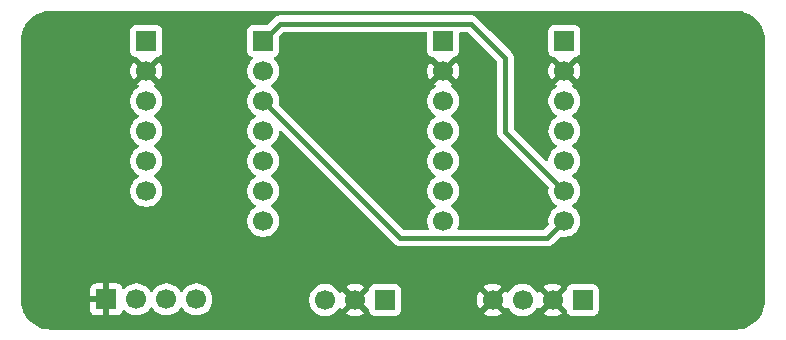
<source format=gbr>
%TF.GenerationSoftware,KiCad,Pcbnew,9.0.5*%
%TF.CreationDate,2025-10-11T11:20:09-04:00*%
%TF.ProjectId,agent-dev-mk1,6167656e-742d-4646-9576-2d6d6b312e6b,rev?*%
%TF.SameCoordinates,Original*%
%TF.FileFunction,Copper,L2,Bot*%
%TF.FilePolarity,Positive*%
%FSLAX46Y46*%
G04 Gerber Fmt 4.6, Leading zero omitted, Abs format (unit mm)*
G04 Created by KiCad (PCBNEW 9.0.5) date 2025-10-11 11:20:09*
%MOMM*%
%LPD*%
G01*
G04 APERTURE LIST*
%TA.AperFunction,ComponentPad*%
%ADD10R,1.700000X1.700000*%
%TD*%
%TA.AperFunction,ComponentPad*%
%ADD11C,1.700000*%
%TD*%
%TA.AperFunction,Conductor*%
%ADD12C,0.400000*%
%TD*%
G04 APERTURE END LIST*
D10*
%TO.P,J4,1,Pin_1*%
%TO.N,3V*%
X153500000Y-90060000D03*
D11*
%TO.P,J4,2,Pin_2*%
%TO.N,GND*%
X153500000Y-92600000D03*
%TO.P,J4,3,Pin_3*%
%TO.N,unconnected-(J4-Pin_3-Pad3)*%
X153500000Y-95140000D03*
%TO.P,J4,4,Pin_4*%
%TO.N,unconnected-(J4-Pin_4-Pad4)*%
X153500000Y-97680000D03*
%TO.P,J4,5,Pin_5*%
%TO.N,DIN*%
X153500000Y-100220000D03*
%TO.P,J4,6,Pin_6*%
%TO.N,BCLK*%
X153500000Y-102760000D03*
%TO.P,J4,7,Pin_7*%
%TO.N,LRC*%
X153500000Y-105300000D03*
%TD*%
D10*
%TO.P,J3,1,Pin_1*%
%TO.N,D9*%
X155040000Y-112000000D03*
D11*
%TO.P,J3,2,Pin_2*%
%TO.N,GND*%
X152500000Y-112000000D03*
%TO.P,J3,3,Pin_3*%
%TO.N,D8*%
X149960000Y-112000000D03*
%TO.P,J3,4,Pin_4*%
%TO.N,GND*%
X147420000Y-112000000D03*
%TD*%
D10*
%TO.P,J5,1,Pin_1*%
%TO.N,BCLK*%
X128000000Y-90060000D03*
D11*
%TO.P,J5,2,Pin_2*%
%TO.N,DOUT*%
X128000000Y-92600000D03*
%TO.P,J5,3,Pin_3*%
%TO.N,LRC*%
X128000000Y-95140000D03*
%TO.P,J5,4,Pin_4*%
%TO.N,D3*%
X128000000Y-97680000D03*
%TO.P,J5,5,Pin_5*%
%TO.N,D4*%
X128000000Y-100220000D03*
%TO.P,J5,6,Pin_6*%
%TO.N,D5*%
X128000000Y-102760000D03*
%TO.P,J5,7,Pin_7*%
%TO.N,D6*%
X128000000Y-105300000D03*
%TD*%
D10*
%TO.P,J8,1,Pin_1*%
%TO.N,GND*%
X114720000Y-111950000D03*
D11*
%TO.P,J8,2,Pin_2*%
%TO.N,D3*%
X117260000Y-111950000D03*
%TO.P,J8,3,Pin_3*%
%TO.N,D4*%
X119800000Y-111950000D03*
%TO.P,J8,4,Pin_4*%
%TO.N,D5*%
X122340000Y-111950000D03*
%TD*%
D10*
%TO.P,J6,1,Pin_1*%
%TO.N,unconnected-(J6-Pin_1-Pad1)*%
X143235000Y-90060000D03*
D11*
%TO.P,J6,2,Pin_2*%
%TO.N,GND*%
X143235000Y-92600000D03*
%TO.P,J6,3,Pin_3*%
%TO.N,3V*%
X143235000Y-95140000D03*
%TO.P,J6,4,Pin_4*%
%TO.N,DIN*%
X143235000Y-97680000D03*
%TO.P,J6,5,Pin_5*%
%TO.N,D9*%
X143235000Y-100220000D03*
%TO.P,J6,6,Pin_6*%
%TO.N,D8*%
X143235000Y-102760000D03*
%TO.P,J6,7,Pin_7*%
%TO.N,D7*%
X143235000Y-105300000D03*
%TD*%
D10*
%TO.P,J1,1,Pin_1*%
%TO.N,D7*%
X138320000Y-112000000D03*
D11*
%TO.P,J1,2,Pin_2*%
%TO.N,GND*%
X135780000Y-112000000D03*
%TO.P,J1,3,Pin_3*%
%TO.N,D6*%
X133240000Y-112000000D03*
%TD*%
D10*
%TO.P,J2,1,Pin_1*%
%TO.N,3V*%
X118100000Y-90060000D03*
D11*
%TO.P,J2,2,Pin_2*%
%TO.N,GND*%
X118100000Y-92600000D03*
%TO.P,J2,3,Pin_3*%
%TO.N,BCLK*%
X118100000Y-95140000D03*
%TO.P,J2,4,Pin_4*%
%TO.N,DOUT*%
X118100000Y-97680000D03*
%TO.P,J2,5,Pin_5*%
%TO.N,LRC*%
X118100000Y-100220000D03*
%TO.P,J2,6,Pin_6*%
%TO.N,unconnected-(J2-Pin_6-Pad6)*%
X118100000Y-102760000D03*
%TD*%
D12*
%TO.N,BCLK*%
X129451000Y-88609000D02*
X145609000Y-88609000D01*
X148500000Y-97760000D02*
X153500000Y-102760000D01*
X128000000Y-90060000D02*
X129451000Y-88609000D01*
X148500000Y-91500000D02*
X148500000Y-97760000D01*
X145609000Y-88609000D02*
X148500000Y-91500000D01*
%TO.N,LRC*%
X139611000Y-106751000D02*
X152049000Y-106751000D01*
X152049000Y-106751000D02*
X153500000Y-105300000D01*
X128000000Y-95140000D02*
X139611000Y-106751000D01*
%TD*%
%TA.AperFunction,Conductor*%
%TO.N,GND*%
G36*
X141827539Y-89329185D02*
G01*
X141873294Y-89381989D01*
X141884500Y-89433500D01*
X141884500Y-90957870D01*
X141884501Y-90957876D01*
X141890908Y-91017483D01*
X141941202Y-91152328D01*
X141941206Y-91152335D01*
X142027452Y-91267544D01*
X142027455Y-91267547D01*
X142142664Y-91353793D01*
X142142671Y-91353797D01*
X142187618Y-91370561D01*
X142277517Y-91404091D01*
X142337127Y-91410500D01*
X142347685Y-91410499D01*
X142414723Y-91430179D01*
X142435372Y-91446818D01*
X143105591Y-92117037D01*
X143042007Y-92134075D01*
X142927993Y-92199901D01*
X142834901Y-92292993D01*
X142769075Y-92407007D01*
X142752037Y-92470591D01*
X142119728Y-91838282D01*
X142119727Y-91838282D01*
X142080380Y-91892439D01*
X141983904Y-92081782D01*
X141918242Y-92283869D01*
X141918242Y-92283872D01*
X141885000Y-92493753D01*
X141885000Y-92706246D01*
X141918242Y-92916127D01*
X141918242Y-92916130D01*
X141983904Y-93118217D01*
X142080375Y-93307550D01*
X142119728Y-93361716D01*
X142752037Y-92729408D01*
X142769075Y-92792993D01*
X142834901Y-92907007D01*
X142927993Y-93000099D01*
X143042007Y-93065925D01*
X143105590Y-93082962D01*
X142473282Y-93715269D01*
X142473282Y-93715270D01*
X142527452Y-93754626D01*
X142527451Y-93754626D01*
X142536495Y-93759234D01*
X142587292Y-93807208D01*
X142604087Y-93875029D01*
X142581550Y-93941164D01*
X142536499Y-93980202D01*
X142527182Y-93984949D01*
X142355213Y-94109890D01*
X142204890Y-94260213D01*
X142079951Y-94432179D01*
X141983444Y-94621585D01*
X141917753Y-94823760D01*
X141884500Y-95033713D01*
X141884500Y-95246286D01*
X141917753Y-95456239D01*
X141983444Y-95658414D01*
X142079951Y-95847820D01*
X142204890Y-96019786D01*
X142355213Y-96170109D01*
X142527182Y-96295050D01*
X142535946Y-96299516D01*
X142586742Y-96347491D01*
X142603536Y-96415312D01*
X142580998Y-96481447D01*
X142535946Y-96520484D01*
X142527182Y-96524949D01*
X142355213Y-96649890D01*
X142204890Y-96800213D01*
X142079951Y-96972179D01*
X141983444Y-97161585D01*
X141917753Y-97363760D01*
X141895199Y-97506162D01*
X141884500Y-97573713D01*
X141884500Y-97786287D01*
X141894534Y-97849644D01*
X141917753Y-97996239D01*
X141983444Y-98198414D01*
X142079951Y-98387820D01*
X142204890Y-98559786D01*
X142355213Y-98710109D01*
X142527182Y-98835050D01*
X142535946Y-98839516D01*
X142586742Y-98887491D01*
X142603536Y-98955312D01*
X142580998Y-99021447D01*
X142535946Y-99060484D01*
X142527182Y-99064949D01*
X142355213Y-99189890D01*
X142204890Y-99340213D01*
X142079951Y-99512179D01*
X141983444Y-99701585D01*
X141917753Y-99903760D01*
X141884500Y-100113713D01*
X141884500Y-100326286D01*
X141917753Y-100536239D01*
X141983444Y-100738414D01*
X142079951Y-100927820D01*
X142204890Y-101099786D01*
X142355213Y-101250109D01*
X142527182Y-101375050D01*
X142535946Y-101379516D01*
X142586742Y-101427491D01*
X142603536Y-101495312D01*
X142580998Y-101561447D01*
X142535946Y-101600484D01*
X142527182Y-101604949D01*
X142355213Y-101729890D01*
X142204890Y-101880213D01*
X142079951Y-102052179D01*
X141983444Y-102241585D01*
X141917753Y-102443760D01*
X141884500Y-102653713D01*
X141884500Y-102866286D01*
X141917753Y-103076239D01*
X141983444Y-103278414D01*
X142079951Y-103467820D01*
X142204890Y-103639786D01*
X142355213Y-103790109D01*
X142527182Y-103915050D01*
X142535946Y-103919516D01*
X142586742Y-103967491D01*
X142603536Y-104035312D01*
X142580998Y-104101447D01*
X142535946Y-104140484D01*
X142527182Y-104144949D01*
X142355213Y-104269890D01*
X142204890Y-104420213D01*
X142079951Y-104592179D01*
X141983444Y-104781585D01*
X141917753Y-104983760D01*
X141884500Y-105193713D01*
X141884500Y-105406286D01*
X141917753Y-105616239D01*
X141983444Y-105818414D01*
X142009833Y-105870205D01*
X142022729Y-105938874D01*
X141996453Y-106003614D01*
X141939347Y-106043872D01*
X141899348Y-106050500D01*
X139952519Y-106050500D01*
X139885480Y-106030815D01*
X139864838Y-106014181D01*
X129360507Y-95509850D01*
X129327022Y-95448527D01*
X129325715Y-95402771D01*
X129350500Y-95246286D01*
X129350500Y-95033713D01*
X129317246Y-94823760D01*
X129317246Y-94823757D01*
X129251557Y-94621588D01*
X129155051Y-94432184D01*
X129155049Y-94432181D01*
X129155048Y-94432179D01*
X129030109Y-94260213D01*
X128879786Y-94109890D01*
X128707820Y-93984951D01*
X128707115Y-93984591D01*
X128699054Y-93980485D01*
X128648259Y-93932512D01*
X128631463Y-93864692D01*
X128653999Y-93798556D01*
X128699054Y-93759515D01*
X128707816Y-93755051D01*
X128762572Y-93715269D01*
X128879786Y-93630109D01*
X128879788Y-93630106D01*
X128879792Y-93630104D01*
X129030104Y-93479792D01*
X129030106Y-93479788D01*
X129030109Y-93479786D01*
X129155048Y-93307820D01*
X129155047Y-93307820D01*
X129155051Y-93307816D01*
X129251557Y-93118412D01*
X129317246Y-92916243D01*
X129350500Y-92706287D01*
X129350500Y-92493713D01*
X129317246Y-92283757D01*
X129251557Y-92081588D01*
X129155051Y-91892184D01*
X129155049Y-91892181D01*
X129155048Y-91892179D01*
X129030109Y-91720213D01*
X128916569Y-91606673D01*
X128883084Y-91545350D01*
X128888068Y-91475658D01*
X128929940Y-91419725D01*
X128960915Y-91402810D01*
X129092331Y-91353796D01*
X129207546Y-91267546D01*
X129293796Y-91152331D01*
X129344091Y-91017483D01*
X129350500Y-90957873D01*
X129350499Y-89751518D01*
X129370184Y-89684480D01*
X129386818Y-89663838D01*
X129704838Y-89345819D01*
X129766161Y-89312334D01*
X129792519Y-89309500D01*
X141760500Y-89309500D01*
X141827539Y-89329185D01*
G37*
%TD.AperFunction*%
%TA.AperFunction,Conductor*%
G36*
X145334520Y-89329185D02*
G01*
X145355162Y-89345819D01*
X147763181Y-91753837D01*
X147796666Y-91815160D01*
X147799500Y-91841518D01*
X147799500Y-97691006D01*
X147799500Y-97828994D01*
X147799500Y-97828996D01*
X147799499Y-97828996D01*
X147826418Y-97964322D01*
X147826421Y-97964332D01*
X147879222Y-98091807D01*
X147955887Y-98206545D01*
X147955888Y-98206546D01*
X152139492Y-102390149D01*
X152172977Y-102451472D01*
X152174284Y-102497227D01*
X152149500Y-102653712D01*
X152149500Y-102866286D01*
X152182753Y-103076239D01*
X152248444Y-103278414D01*
X152344951Y-103467820D01*
X152469890Y-103639786D01*
X152620213Y-103790109D01*
X152792182Y-103915050D01*
X152800946Y-103919516D01*
X152851742Y-103967491D01*
X152868536Y-104035312D01*
X152845998Y-104101447D01*
X152800946Y-104140484D01*
X152792182Y-104144949D01*
X152620213Y-104269890D01*
X152469890Y-104420213D01*
X152344951Y-104592179D01*
X152248444Y-104781585D01*
X152182753Y-104983760D01*
X152149500Y-105193713D01*
X152149500Y-105406287D01*
X152149499Y-105406287D01*
X152174284Y-105562771D01*
X152165329Y-105632064D01*
X152139492Y-105669849D01*
X151795162Y-106014181D01*
X151733839Y-106047666D01*
X151707481Y-106050500D01*
X144570652Y-106050500D01*
X144503613Y-106030815D01*
X144457858Y-105978011D01*
X144447914Y-105908853D01*
X144460167Y-105870205D01*
X144486557Y-105818412D01*
X144552246Y-105616243D01*
X144585500Y-105406287D01*
X144585500Y-105193713D01*
X144552246Y-104983757D01*
X144486557Y-104781588D01*
X144390051Y-104592184D01*
X144390049Y-104592181D01*
X144390048Y-104592179D01*
X144265109Y-104420213D01*
X144114786Y-104269890D01*
X143942820Y-104144951D01*
X143942115Y-104144591D01*
X143934054Y-104140485D01*
X143883259Y-104092512D01*
X143866463Y-104024692D01*
X143888999Y-103958556D01*
X143934054Y-103919515D01*
X143942816Y-103915051D01*
X143964789Y-103899086D01*
X144114786Y-103790109D01*
X144114788Y-103790106D01*
X144114792Y-103790104D01*
X144265104Y-103639792D01*
X144265106Y-103639788D01*
X144265109Y-103639786D01*
X144390048Y-103467820D01*
X144390047Y-103467820D01*
X144390051Y-103467816D01*
X144486557Y-103278412D01*
X144552246Y-103076243D01*
X144585500Y-102866287D01*
X144585500Y-102653713D01*
X144552246Y-102443757D01*
X144486557Y-102241588D01*
X144390051Y-102052184D01*
X144390049Y-102052181D01*
X144390048Y-102052179D01*
X144265109Y-101880213D01*
X144114786Y-101729890D01*
X143942820Y-101604951D01*
X143942115Y-101604591D01*
X143934054Y-101600485D01*
X143883259Y-101552512D01*
X143866463Y-101484692D01*
X143888999Y-101418556D01*
X143934054Y-101379515D01*
X143942816Y-101375051D01*
X143964789Y-101359086D01*
X144114786Y-101250109D01*
X144114788Y-101250106D01*
X144114792Y-101250104D01*
X144265104Y-101099792D01*
X144265106Y-101099788D01*
X144265109Y-101099786D01*
X144390048Y-100927820D01*
X144390047Y-100927820D01*
X144390051Y-100927816D01*
X144486557Y-100738412D01*
X144552246Y-100536243D01*
X144585500Y-100326287D01*
X144585500Y-100113713D01*
X144552246Y-99903757D01*
X144486557Y-99701588D01*
X144390051Y-99512184D01*
X144390049Y-99512181D01*
X144390048Y-99512179D01*
X144265109Y-99340213D01*
X144114786Y-99189890D01*
X143942820Y-99064951D01*
X143942115Y-99064591D01*
X143934054Y-99060485D01*
X143883259Y-99012512D01*
X143866463Y-98944692D01*
X143888999Y-98878556D01*
X143934054Y-98839515D01*
X143942816Y-98835051D01*
X143964789Y-98819086D01*
X144114786Y-98710109D01*
X144114788Y-98710106D01*
X144114792Y-98710104D01*
X144265104Y-98559792D01*
X144265106Y-98559788D01*
X144265109Y-98559786D01*
X144390048Y-98387820D01*
X144390047Y-98387820D01*
X144390051Y-98387816D01*
X144486557Y-98198412D01*
X144552246Y-97996243D01*
X144585500Y-97786287D01*
X144585500Y-97573713D01*
X144552246Y-97363757D01*
X144486557Y-97161588D01*
X144390051Y-96972184D01*
X144390049Y-96972181D01*
X144390048Y-96972179D01*
X144265109Y-96800213D01*
X144114786Y-96649890D01*
X143942820Y-96524951D01*
X143942115Y-96524591D01*
X143934054Y-96520485D01*
X143883259Y-96472512D01*
X143866463Y-96404692D01*
X143888999Y-96338556D01*
X143934054Y-96299515D01*
X143942816Y-96295051D01*
X143964789Y-96279086D01*
X144114786Y-96170109D01*
X144114788Y-96170106D01*
X144114792Y-96170104D01*
X144265104Y-96019792D01*
X144265106Y-96019788D01*
X144265109Y-96019786D01*
X144390048Y-95847820D01*
X144390047Y-95847820D01*
X144390051Y-95847816D01*
X144486557Y-95658412D01*
X144552246Y-95456243D01*
X144585500Y-95246287D01*
X144585500Y-95033713D01*
X144552246Y-94823757D01*
X144486557Y-94621588D01*
X144390051Y-94432184D01*
X144390049Y-94432181D01*
X144390048Y-94432179D01*
X144265109Y-94260213D01*
X144114786Y-94109890D01*
X143942817Y-93984949D01*
X143933504Y-93980204D01*
X143882707Y-93932230D01*
X143865912Y-93864409D01*
X143888449Y-93798274D01*
X143933507Y-93759232D01*
X143942555Y-93754622D01*
X143996716Y-93715270D01*
X143996717Y-93715270D01*
X143364408Y-93082962D01*
X143427993Y-93065925D01*
X143542007Y-93000099D01*
X143635099Y-92907007D01*
X143700925Y-92792993D01*
X143717962Y-92729408D01*
X144350270Y-93361717D01*
X144350270Y-93361716D01*
X144389622Y-93307554D01*
X144486095Y-93118217D01*
X144551757Y-92916130D01*
X144551757Y-92916127D01*
X144585000Y-92706246D01*
X144585000Y-92493753D01*
X144551757Y-92283872D01*
X144551757Y-92283869D01*
X144486095Y-92081782D01*
X144389624Y-91892449D01*
X144350270Y-91838282D01*
X144350269Y-91838282D01*
X143717962Y-92470590D01*
X143700925Y-92407007D01*
X143635099Y-92292993D01*
X143542007Y-92199901D01*
X143427993Y-92134075D01*
X143364409Y-92117037D01*
X144034627Y-91446818D01*
X144095950Y-91413333D01*
X144122307Y-91410499D01*
X144132872Y-91410499D01*
X144192483Y-91404091D01*
X144327331Y-91353796D01*
X144442546Y-91267546D01*
X144528796Y-91152331D01*
X144579091Y-91017483D01*
X144585500Y-90957873D01*
X144585499Y-89433499D01*
X144605184Y-89366461D01*
X144657987Y-89320706D01*
X144709499Y-89309500D01*
X145267481Y-89309500D01*
X145334520Y-89329185D01*
G37*
%TD.AperFunction*%
%TA.AperFunction,Conductor*%
G36*
X168003736Y-87500726D02*
G01*
X168293796Y-87518271D01*
X168308659Y-87520076D01*
X168590798Y-87571780D01*
X168605335Y-87575363D01*
X168879172Y-87660695D01*
X168893163Y-87666000D01*
X169154743Y-87783727D01*
X169167989Y-87790680D01*
X169413465Y-87939075D01*
X169425776Y-87947573D01*
X169477661Y-87988222D01*
X169651573Y-88124473D01*
X169662781Y-88134403D01*
X169865596Y-88337218D01*
X169875526Y-88348426D01*
X169995481Y-88501538D01*
X170052422Y-88574217D01*
X170060926Y-88586537D01*
X170169540Y-88766206D01*
X170209316Y-88832004D01*
X170216274Y-88845262D01*
X170219511Y-88852454D01*
X170333997Y-89106831D01*
X170339306Y-89120832D01*
X170424635Y-89394663D01*
X170428219Y-89409201D01*
X170479923Y-89691340D01*
X170481728Y-89706205D01*
X170499274Y-89996263D01*
X170499500Y-90003750D01*
X170499500Y-111996249D01*
X170499274Y-112003736D01*
X170481728Y-112293794D01*
X170479923Y-112308659D01*
X170428219Y-112590798D01*
X170424635Y-112605336D01*
X170339306Y-112879167D01*
X170333997Y-112893168D01*
X170216275Y-113154736D01*
X170209316Y-113167995D01*
X170060928Y-113413459D01*
X170052422Y-113425782D01*
X169875526Y-113651573D01*
X169865596Y-113662781D01*
X169662781Y-113865596D01*
X169651573Y-113875526D01*
X169425782Y-114052422D01*
X169413459Y-114060928D01*
X169167995Y-114209316D01*
X169154736Y-114216275D01*
X168893168Y-114333997D01*
X168879167Y-114339306D01*
X168605336Y-114424635D01*
X168590798Y-114428219D01*
X168308659Y-114479923D01*
X168293794Y-114481728D01*
X168003736Y-114499274D01*
X167996249Y-114499500D01*
X110003751Y-114499500D01*
X109996264Y-114499274D01*
X109706205Y-114481728D01*
X109691340Y-114479923D01*
X109409201Y-114428219D01*
X109394663Y-114424635D01*
X109120832Y-114339306D01*
X109106831Y-114333997D01*
X108845263Y-114216275D01*
X108832004Y-114209316D01*
X108586540Y-114060928D01*
X108574217Y-114052422D01*
X108348426Y-113875526D01*
X108337218Y-113865596D01*
X108134403Y-113662781D01*
X108124473Y-113651573D01*
X107947573Y-113425776D01*
X107939075Y-113413465D01*
X107790680Y-113167989D01*
X107783727Y-113154743D01*
X107666000Y-112893163D01*
X107660693Y-112879167D01*
X107656646Y-112866181D01*
X107575363Y-112605335D01*
X107571780Y-112590798D01*
X107520076Y-112308659D01*
X107518271Y-112293794D01*
X107509944Y-112156125D01*
X107500726Y-112003736D01*
X107500500Y-111996249D01*
X107500500Y-111052155D01*
X113370000Y-111052155D01*
X113370000Y-111700000D01*
X114286988Y-111700000D01*
X114254075Y-111757007D01*
X114220000Y-111884174D01*
X114220000Y-112015826D01*
X114254075Y-112142993D01*
X114286988Y-112200000D01*
X113370000Y-112200000D01*
X113370000Y-112847844D01*
X113376401Y-112907372D01*
X113376403Y-112907379D01*
X113426645Y-113042086D01*
X113426649Y-113042093D01*
X113512809Y-113157187D01*
X113512812Y-113157190D01*
X113627906Y-113243350D01*
X113627913Y-113243354D01*
X113762620Y-113293596D01*
X113762627Y-113293598D01*
X113822155Y-113299999D01*
X113822172Y-113300000D01*
X114470000Y-113300000D01*
X114470000Y-112383012D01*
X114527007Y-112415925D01*
X114654174Y-112450000D01*
X114785826Y-112450000D01*
X114912993Y-112415925D01*
X114970000Y-112383012D01*
X114970000Y-113300000D01*
X115617828Y-113300000D01*
X115617844Y-113299999D01*
X115677372Y-113293598D01*
X115677379Y-113293596D01*
X115812086Y-113243354D01*
X115812093Y-113243350D01*
X115927187Y-113157190D01*
X115927190Y-113157187D01*
X116013350Y-113042093D01*
X116013354Y-113042086D01*
X116062422Y-112910529D01*
X116104293Y-112854595D01*
X116169757Y-112830178D01*
X116238030Y-112845030D01*
X116266285Y-112866181D01*
X116380213Y-112980109D01*
X116552179Y-113105048D01*
X116552181Y-113105049D01*
X116552184Y-113105051D01*
X116741588Y-113201557D01*
X116943757Y-113267246D01*
X117153713Y-113300500D01*
X117153714Y-113300500D01*
X117366286Y-113300500D01*
X117366287Y-113300500D01*
X117576243Y-113267246D01*
X117778412Y-113201557D01*
X117967816Y-113105051D01*
X118054471Y-113042093D01*
X118139786Y-112980109D01*
X118139788Y-112980106D01*
X118139792Y-112980104D01*
X118290104Y-112829792D01*
X118290106Y-112829788D01*
X118290109Y-112829786D01*
X118415048Y-112657820D01*
X118415047Y-112657820D01*
X118415051Y-112657816D01*
X118419514Y-112649054D01*
X118467488Y-112598259D01*
X118535308Y-112581463D01*
X118601444Y-112603999D01*
X118640486Y-112649056D01*
X118644951Y-112657820D01*
X118769890Y-112829786D01*
X118920213Y-112980109D01*
X119092179Y-113105048D01*
X119092181Y-113105049D01*
X119092184Y-113105051D01*
X119281588Y-113201557D01*
X119483757Y-113267246D01*
X119693713Y-113300500D01*
X119693714Y-113300500D01*
X119906286Y-113300500D01*
X119906287Y-113300500D01*
X120116243Y-113267246D01*
X120318412Y-113201557D01*
X120507816Y-113105051D01*
X120594471Y-113042093D01*
X120679786Y-112980109D01*
X120679788Y-112980106D01*
X120679792Y-112980104D01*
X120830104Y-112829792D01*
X120830106Y-112829788D01*
X120830109Y-112829786D01*
X120955048Y-112657820D01*
X120955047Y-112657820D01*
X120955051Y-112657816D01*
X120959514Y-112649054D01*
X121007488Y-112598259D01*
X121075308Y-112581463D01*
X121141444Y-112603999D01*
X121180486Y-112649056D01*
X121184951Y-112657820D01*
X121309890Y-112829786D01*
X121460213Y-112980109D01*
X121632179Y-113105048D01*
X121632181Y-113105049D01*
X121632184Y-113105051D01*
X121821588Y-113201557D01*
X122023757Y-113267246D01*
X122233713Y-113300500D01*
X122233714Y-113300500D01*
X122446286Y-113300500D01*
X122446287Y-113300500D01*
X122656243Y-113267246D01*
X122858412Y-113201557D01*
X123047816Y-113105051D01*
X123134471Y-113042093D01*
X123219786Y-112980109D01*
X123219788Y-112980106D01*
X123219792Y-112980104D01*
X123370104Y-112829792D01*
X123370106Y-112829788D01*
X123370109Y-112829786D01*
X123495048Y-112657820D01*
X123495047Y-112657820D01*
X123495051Y-112657816D01*
X123591557Y-112468412D01*
X123657246Y-112266243D01*
X123690500Y-112056287D01*
X123690500Y-111893713D01*
X131889500Y-111893713D01*
X131889500Y-112106286D01*
X131922735Y-112316127D01*
X131922754Y-112316243D01*
X131966214Y-112450000D01*
X131988444Y-112518414D01*
X132084951Y-112707820D01*
X132209890Y-112879786D01*
X132360213Y-113030109D01*
X132532179Y-113155048D01*
X132532181Y-113155049D01*
X132532184Y-113155051D01*
X132721588Y-113251557D01*
X132923757Y-113317246D01*
X133133713Y-113350500D01*
X133133714Y-113350500D01*
X133346286Y-113350500D01*
X133346287Y-113350500D01*
X133556243Y-113317246D01*
X133758412Y-113251557D01*
X133947816Y-113155051D01*
X134034138Y-113092335D01*
X134119786Y-113030109D01*
X134119788Y-113030106D01*
X134119792Y-113030104D01*
X134270104Y-112879792D01*
X134270106Y-112879788D01*
X134270109Y-112879786D01*
X134355890Y-112761717D01*
X134395051Y-112707816D01*
X134399793Y-112698508D01*
X134447763Y-112647711D01*
X134515583Y-112630911D01*
X134581719Y-112653445D01*
X134620763Y-112698500D01*
X134625373Y-112707547D01*
X134664728Y-112761716D01*
X135297037Y-112129408D01*
X135314075Y-112192993D01*
X135379901Y-112307007D01*
X135472993Y-112400099D01*
X135587007Y-112465925D01*
X135650590Y-112482962D01*
X135018282Y-113115269D01*
X135018282Y-113115270D01*
X135072449Y-113154624D01*
X135261782Y-113251095D01*
X135463870Y-113316757D01*
X135673754Y-113350000D01*
X135886246Y-113350000D01*
X136096127Y-113316757D01*
X136096130Y-113316757D01*
X136298217Y-113251095D01*
X136487554Y-113154622D01*
X136541716Y-113115270D01*
X136541717Y-113115270D01*
X135909408Y-112482962D01*
X135972993Y-112465925D01*
X136087007Y-112400099D01*
X136180099Y-112307007D01*
X136245925Y-112192993D01*
X136262962Y-112129408D01*
X136933181Y-112799628D01*
X136966666Y-112860951D01*
X136969500Y-112887300D01*
X136969500Y-112897865D01*
X136969501Y-112897876D01*
X136975908Y-112957483D01*
X137026202Y-113092328D01*
X137026206Y-113092335D01*
X137112452Y-113207544D01*
X137112455Y-113207547D01*
X137227664Y-113293793D01*
X137227671Y-113293797D01*
X137362517Y-113344091D01*
X137362516Y-113344091D01*
X137369444Y-113344835D01*
X137422127Y-113350500D01*
X139217872Y-113350499D01*
X139277483Y-113344091D01*
X139412331Y-113293796D01*
X139527546Y-113207546D01*
X139613796Y-113092331D01*
X139664091Y-112957483D01*
X139670500Y-112897873D01*
X139670499Y-111893753D01*
X146070000Y-111893753D01*
X146070000Y-112106246D01*
X146103242Y-112316127D01*
X146103242Y-112316130D01*
X146168904Y-112518217D01*
X146265375Y-112707550D01*
X146304728Y-112761716D01*
X146937037Y-112129408D01*
X146954075Y-112192993D01*
X147019901Y-112307007D01*
X147112993Y-112400099D01*
X147227007Y-112465925D01*
X147290590Y-112482962D01*
X146658282Y-113115269D01*
X146658282Y-113115270D01*
X146712449Y-113154624D01*
X146901782Y-113251095D01*
X147103870Y-113316757D01*
X147313754Y-113350000D01*
X147526246Y-113350000D01*
X147736127Y-113316757D01*
X147736130Y-113316757D01*
X147938217Y-113251095D01*
X148127554Y-113154622D01*
X148181716Y-113115270D01*
X148181717Y-113115270D01*
X147549408Y-112482962D01*
X147612993Y-112465925D01*
X147727007Y-112400099D01*
X147820099Y-112307007D01*
X147885925Y-112192993D01*
X147902962Y-112129408D01*
X148535270Y-112761717D01*
X148535270Y-112761716D01*
X148574622Y-112707555D01*
X148579232Y-112698507D01*
X148627205Y-112647709D01*
X148695025Y-112630912D01*
X148761161Y-112653447D01*
X148800204Y-112698504D01*
X148804949Y-112707817D01*
X148929890Y-112879786D01*
X149080213Y-113030109D01*
X149252179Y-113155048D01*
X149252181Y-113155049D01*
X149252184Y-113155051D01*
X149441588Y-113251557D01*
X149643757Y-113317246D01*
X149853713Y-113350500D01*
X149853714Y-113350500D01*
X150066286Y-113350500D01*
X150066287Y-113350500D01*
X150276243Y-113317246D01*
X150478412Y-113251557D01*
X150667816Y-113155051D01*
X150754138Y-113092335D01*
X150839786Y-113030109D01*
X150839788Y-113030106D01*
X150839792Y-113030104D01*
X150990104Y-112879792D01*
X150990106Y-112879788D01*
X150990109Y-112879786D01*
X151075890Y-112761717D01*
X151115051Y-112707816D01*
X151119793Y-112698508D01*
X151167763Y-112647711D01*
X151235583Y-112630911D01*
X151301719Y-112653445D01*
X151340763Y-112698500D01*
X151345373Y-112707547D01*
X151384728Y-112761716D01*
X152017037Y-112129408D01*
X152034075Y-112192993D01*
X152099901Y-112307007D01*
X152192993Y-112400099D01*
X152307007Y-112465925D01*
X152370590Y-112482962D01*
X151738282Y-113115269D01*
X151738282Y-113115270D01*
X151792449Y-113154624D01*
X151981782Y-113251095D01*
X152183870Y-113316757D01*
X152393754Y-113350000D01*
X152606246Y-113350000D01*
X152816127Y-113316757D01*
X152816130Y-113316757D01*
X153018217Y-113251095D01*
X153207554Y-113154622D01*
X153261716Y-113115270D01*
X153261717Y-113115270D01*
X152629408Y-112482962D01*
X152692993Y-112465925D01*
X152807007Y-112400099D01*
X152900099Y-112307007D01*
X152965925Y-112192993D01*
X152982962Y-112129409D01*
X153653181Y-112799628D01*
X153686666Y-112860951D01*
X153689500Y-112887300D01*
X153689500Y-112897865D01*
X153689501Y-112897876D01*
X153695908Y-112957483D01*
X153746202Y-113092328D01*
X153746206Y-113092335D01*
X153832452Y-113207544D01*
X153832455Y-113207547D01*
X153947664Y-113293793D01*
X153947671Y-113293797D01*
X154082517Y-113344091D01*
X154082516Y-113344091D01*
X154089444Y-113344835D01*
X154142127Y-113350500D01*
X155937872Y-113350499D01*
X155997483Y-113344091D01*
X156132331Y-113293796D01*
X156247546Y-113207546D01*
X156333796Y-113092331D01*
X156384091Y-112957483D01*
X156390500Y-112897873D01*
X156390499Y-111102128D01*
X156384091Y-111042517D01*
X156375859Y-111020447D01*
X156333797Y-110907671D01*
X156333793Y-110907664D01*
X156247547Y-110792455D01*
X156247544Y-110792452D01*
X156132335Y-110706206D01*
X156132328Y-110706202D01*
X155997482Y-110655908D01*
X155997483Y-110655908D01*
X155937883Y-110649501D01*
X155937881Y-110649500D01*
X155937873Y-110649500D01*
X155937864Y-110649500D01*
X154142129Y-110649500D01*
X154142123Y-110649501D01*
X154082516Y-110655908D01*
X153947671Y-110706202D01*
X153947664Y-110706206D01*
X153832455Y-110792452D01*
X153832452Y-110792455D01*
X153746206Y-110907664D01*
X153746202Y-110907671D01*
X153695908Y-111042517D01*
X153692931Y-111070213D01*
X153689501Y-111102123D01*
X153689500Y-111102135D01*
X153689500Y-111112690D01*
X153669815Y-111179729D01*
X153653181Y-111200371D01*
X152982962Y-111870590D01*
X152965925Y-111807007D01*
X152900099Y-111692993D01*
X152807007Y-111599901D01*
X152692993Y-111534075D01*
X152629409Y-111517037D01*
X153261716Y-110884728D01*
X153207550Y-110845375D01*
X153018217Y-110748904D01*
X152816129Y-110683242D01*
X152606246Y-110650000D01*
X152393754Y-110650000D01*
X152183872Y-110683242D01*
X152183869Y-110683242D01*
X151981782Y-110748904D01*
X151792439Y-110845380D01*
X151738282Y-110884727D01*
X151738282Y-110884728D01*
X152370591Y-111517037D01*
X152307007Y-111534075D01*
X152192993Y-111599901D01*
X152099901Y-111692993D01*
X152034075Y-111807007D01*
X152017037Y-111870591D01*
X151384728Y-111238282D01*
X151384727Y-111238282D01*
X151345380Y-111292440D01*
X151345376Y-111292446D01*
X151340760Y-111301505D01*
X151292781Y-111352297D01*
X151224959Y-111369087D01*
X151158826Y-111346543D01*
X151119794Y-111301493D01*
X151115051Y-111292184D01*
X151115049Y-111292181D01*
X151115048Y-111292179D01*
X150990109Y-111120213D01*
X150839786Y-110969890D01*
X150667820Y-110844951D01*
X150478414Y-110748444D01*
X150478413Y-110748443D01*
X150478412Y-110748443D01*
X150276243Y-110682754D01*
X150276241Y-110682753D01*
X150276240Y-110682753D01*
X150111398Y-110656645D01*
X150066287Y-110649500D01*
X149853713Y-110649500D01*
X149808602Y-110656645D01*
X149643760Y-110682753D01*
X149441585Y-110748444D01*
X149252179Y-110844951D01*
X149080213Y-110969890D01*
X148929890Y-111120213D01*
X148804949Y-111292182D01*
X148800202Y-111301499D01*
X148752227Y-111352293D01*
X148684405Y-111369087D01*
X148618271Y-111346548D01*
X148579234Y-111301495D01*
X148574626Y-111292452D01*
X148535270Y-111238282D01*
X148535269Y-111238282D01*
X147902962Y-111870590D01*
X147885925Y-111807007D01*
X147820099Y-111692993D01*
X147727007Y-111599901D01*
X147612993Y-111534075D01*
X147549409Y-111517037D01*
X148181716Y-110884728D01*
X148127550Y-110845375D01*
X147938217Y-110748904D01*
X147736129Y-110683242D01*
X147526246Y-110650000D01*
X147313754Y-110650000D01*
X147103872Y-110683242D01*
X147103869Y-110683242D01*
X146901782Y-110748904D01*
X146712439Y-110845380D01*
X146658282Y-110884727D01*
X146658282Y-110884728D01*
X147290591Y-111517037D01*
X147227007Y-111534075D01*
X147112993Y-111599901D01*
X147019901Y-111692993D01*
X146954075Y-111807007D01*
X146937037Y-111870591D01*
X146304728Y-111238282D01*
X146304727Y-111238282D01*
X146265380Y-111292439D01*
X146168904Y-111481782D01*
X146103242Y-111683869D01*
X146103242Y-111683872D01*
X146070000Y-111893753D01*
X139670499Y-111893753D01*
X139670499Y-111102128D01*
X139664091Y-111042517D01*
X139627617Y-110944726D01*
X139613798Y-110907673D01*
X139613793Y-110907664D01*
X139527547Y-110792455D01*
X139527544Y-110792452D01*
X139412335Y-110706206D01*
X139412328Y-110706202D01*
X139277482Y-110655908D01*
X139277483Y-110655908D01*
X139217883Y-110649501D01*
X139217881Y-110649500D01*
X139217873Y-110649500D01*
X139217864Y-110649500D01*
X137422129Y-110649500D01*
X137422123Y-110649501D01*
X137362516Y-110655908D01*
X137227671Y-110706202D01*
X137227664Y-110706206D01*
X137112455Y-110792452D01*
X137112452Y-110792455D01*
X137026206Y-110907664D01*
X137026202Y-110907671D01*
X136975908Y-111042517D01*
X136972931Y-111070213D01*
X136969501Y-111102123D01*
X136969500Y-111102135D01*
X136969500Y-111112690D01*
X136949815Y-111179729D01*
X136933181Y-111200371D01*
X136262962Y-111870590D01*
X136245925Y-111807007D01*
X136180099Y-111692993D01*
X136087007Y-111599901D01*
X135972993Y-111534075D01*
X135909409Y-111517037D01*
X136541716Y-110884728D01*
X136487550Y-110845375D01*
X136298217Y-110748904D01*
X136096129Y-110683242D01*
X135886246Y-110650000D01*
X135673754Y-110650000D01*
X135463872Y-110683242D01*
X135463869Y-110683242D01*
X135261782Y-110748904D01*
X135072439Y-110845380D01*
X135018282Y-110884727D01*
X135018282Y-110884728D01*
X135650591Y-111517037D01*
X135587007Y-111534075D01*
X135472993Y-111599901D01*
X135379901Y-111692993D01*
X135314075Y-111807007D01*
X135297037Y-111870591D01*
X134664728Y-111238282D01*
X134664727Y-111238282D01*
X134625380Y-111292440D01*
X134625376Y-111292446D01*
X134620760Y-111301505D01*
X134572781Y-111352297D01*
X134504959Y-111369087D01*
X134438826Y-111346543D01*
X134399794Y-111301493D01*
X134395051Y-111292184D01*
X134395049Y-111292181D01*
X134395048Y-111292179D01*
X134270109Y-111120213D01*
X134119786Y-110969890D01*
X133947820Y-110844951D01*
X133758414Y-110748444D01*
X133758413Y-110748443D01*
X133758412Y-110748443D01*
X133556243Y-110682754D01*
X133556241Y-110682753D01*
X133556240Y-110682753D01*
X133391398Y-110656645D01*
X133346287Y-110649500D01*
X133133713Y-110649500D01*
X133088602Y-110656645D01*
X132923760Y-110682753D01*
X132721585Y-110748444D01*
X132532179Y-110844951D01*
X132360213Y-110969890D01*
X132209890Y-111120213D01*
X132084951Y-111292179D01*
X131988444Y-111481585D01*
X131922753Y-111683760D01*
X131889500Y-111893713D01*
X123690500Y-111893713D01*
X123690500Y-111843713D01*
X123657246Y-111633757D01*
X123591557Y-111431588D01*
X123495051Y-111242184D01*
X123495049Y-111242181D01*
X123495048Y-111242179D01*
X123370109Y-111070213D01*
X123219786Y-110919890D01*
X123047820Y-110794951D01*
X122858414Y-110698444D01*
X122858413Y-110698443D01*
X122858412Y-110698443D01*
X122656243Y-110632754D01*
X122656241Y-110632753D01*
X122656240Y-110632753D01*
X122494957Y-110607208D01*
X122446287Y-110599500D01*
X122233713Y-110599500D01*
X122185042Y-110607208D01*
X122023760Y-110632753D01*
X121821585Y-110698444D01*
X121632179Y-110794951D01*
X121460213Y-110919890D01*
X121309890Y-111070213D01*
X121184949Y-111242182D01*
X121180484Y-111250946D01*
X121132509Y-111301742D01*
X121064688Y-111318536D01*
X120998553Y-111295998D01*
X120959516Y-111250946D01*
X120955050Y-111242182D01*
X120830109Y-111070213D01*
X120679786Y-110919890D01*
X120507820Y-110794951D01*
X120318414Y-110698444D01*
X120318413Y-110698443D01*
X120318412Y-110698443D01*
X120116243Y-110632754D01*
X120116241Y-110632753D01*
X120116240Y-110632753D01*
X119954957Y-110607208D01*
X119906287Y-110599500D01*
X119693713Y-110599500D01*
X119645042Y-110607208D01*
X119483760Y-110632753D01*
X119281585Y-110698444D01*
X119092179Y-110794951D01*
X118920213Y-110919890D01*
X118769890Y-111070213D01*
X118644949Y-111242182D01*
X118640484Y-111250946D01*
X118592509Y-111301742D01*
X118524688Y-111318536D01*
X118458553Y-111295998D01*
X118419516Y-111250946D01*
X118415050Y-111242182D01*
X118290109Y-111070213D01*
X118139786Y-110919890D01*
X117967820Y-110794951D01*
X117778414Y-110698444D01*
X117778413Y-110698443D01*
X117778412Y-110698443D01*
X117576243Y-110632754D01*
X117576241Y-110632753D01*
X117576240Y-110632753D01*
X117414957Y-110607208D01*
X117366287Y-110599500D01*
X117153713Y-110599500D01*
X117105042Y-110607208D01*
X116943760Y-110632753D01*
X116741585Y-110698444D01*
X116552179Y-110794951D01*
X116380215Y-110919889D01*
X116266285Y-111033819D01*
X116204962Y-111067303D01*
X116135270Y-111062319D01*
X116079337Y-111020447D01*
X116062422Y-110989470D01*
X116013354Y-110857913D01*
X116013350Y-110857906D01*
X115927190Y-110742812D01*
X115927187Y-110742809D01*
X115812093Y-110656649D01*
X115812086Y-110656645D01*
X115677379Y-110606403D01*
X115677372Y-110606401D01*
X115617844Y-110600000D01*
X114970000Y-110600000D01*
X114970000Y-111516988D01*
X114912993Y-111484075D01*
X114785826Y-111450000D01*
X114654174Y-111450000D01*
X114527007Y-111484075D01*
X114470000Y-111516988D01*
X114470000Y-110600000D01*
X113822155Y-110600000D01*
X113762627Y-110606401D01*
X113762620Y-110606403D01*
X113627913Y-110656645D01*
X113627906Y-110656649D01*
X113512812Y-110742809D01*
X113512809Y-110742812D01*
X113426649Y-110857906D01*
X113426645Y-110857913D01*
X113376403Y-110992620D01*
X113376401Y-110992627D01*
X113370000Y-111052155D01*
X107500500Y-111052155D01*
X107500500Y-90003750D01*
X107500726Y-89996263D01*
X107518271Y-89706205D01*
X107520076Y-89691340D01*
X107571780Y-89409201D01*
X107575364Y-89394663D01*
X107647822Y-89162135D01*
X116749500Y-89162135D01*
X116749500Y-90957870D01*
X116749501Y-90957876D01*
X116755908Y-91017483D01*
X116806202Y-91152328D01*
X116806206Y-91152335D01*
X116892452Y-91267544D01*
X116892455Y-91267547D01*
X117007664Y-91353793D01*
X117007671Y-91353797D01*
X117052618Y-91370561D01*
X117142517Y-91404091D01*
X117202127Y-91410500D01*
X117212685Y-91410499D01*
X117279723Y-91430179D01*
X117300372Y-91446818D01*
X117970591Y-92117037D01*
X117907007Y-92134075D01*
X117792993Y-92199901D01*
X117699901Y-92292993D01*
X117634075Y-92407007D01*
X117617037Y-92470591D01*
X116984728Y-91838282D01*
X116984727Y-91838282D01*
X116945380Y-91892439D01*
X116848904Y-92081782D01*
X116783242Y-92283869D01*
X116783242Y-92283872D01*
X116750000Y-92493753D01*
X116750000Y-92706246D01*
X116783242Y-92916127D01*
X116783242Y-92916130D01*
X116848904Y-93118217D01*
X116945375Y-93307550D01*
X116984728Y-93361716D01*
X117617037Y-92729408D01*
X117634075Y-92792993D01*
X117699901Y-92907007D01*
X117792993Y-93000099D01*
X117907007Y-93065925D01*
X117970590Y-93082962D01*
X117338282Y-93715269D01*
X117338282Y-93715270D01*
X117392452Y-93754626D01*
X117392451Y-93754626D01*
X117401495Y-93759234D01*
X117452292Y-93807208D01*
X117469087Y-93875029D01*
X117446550Y-93941164D01*
X117401499Y-93980202D01*
X117392182Y-93984949D01*
X117220213Y-94109890D01*
X117069890Y-94260213D01*
X116944951Y-94432179D01*
X116848444Y-94621585D01*
X116782753Y-94823760D01*
X116749500Y-95033713D01*
X116749500Y-95246286D01*
X116782753Y-95456239D01*
X116848444Y-95658414D01*
X116944951Y-95847820D01*
X117069890Y-96019786D01*
X117220213Y-96170109D01*
X117392182Y-96295050D01*
X117400946Y-96299516D01*
X117451742Y-96347491D01*
X117468536Y-96415312D01*
X117445998Y-96481447D01*
X117400946Y-96520484D01*
X117392182Y-96524949D01*
X117220213Y-96649890D01*
X117069890Y-96800213D01*
X116944951Y-96972179D01*
X116848444Y-97161585D01*
X116782753Y-97363760D01*
X116760199Y-97506162D01*
X116749500Y-97573713D01*
X116749500Y-97786287D01*
X116759534Y-97849644D01*
X116782753Y-97996239D01*
X116848444Y-98198414D01*
X116944951Y-98387820D01*
X117069890Y-98559786D01*
X117220213Y-98710109D01*
X117392182Y-98835050D01*
X117400946Y-98839516D01*
X117451742Y-98887491D01*
X117468536Y-98955312D01*
X117445998Y-99021447D01*
X117400946Y-99060484D01*
X117392182Y-99064949D01*
X117220213Y-99189890D01*
X117069890Y-99340213D01*
X116944951Y-99512179D01*
X116848444Y-99701585D01*
X116782753Y-99903760D01*
X116749500Y-100113713D01*
X116749500Y-100326286D01*
X116782753Y-100536239D01*
X116848444Y-100738414D01*
X116944951Y-100927820D01*
X117069890Y-101099786D01*
X117220213Y-101250109D01*
X117392182Y-101375050D01*
X117400946Y-101379516D01*
X117451742Y-101427491D01*
X117468536Y-101495312D01*
X117445998Y-101561447D01*
X117400946Y-101600484D01*
X117392182Y-101604949D01*
X117220213Y-101729890D01*
X117069890Y-101880213D01*
X116944951Y-102052179D01*
X116848444Y-102241585D01*
X116782753Y-102443760D01*
X116749500Y-102653713D01*
X116749500Y-102866286D01*
X116782753Y-103076239D01*
X116848444Y-103278414D01*
X116944951Y-103467820D01*
X117069890Y-103639786D01*
X117220213Y-103790109D01*
X117392179Y-103915048D01*
X117392181Y-103915049D01*
X117392184Y-103915051D01*
X117581588Y-104011557D01*
X117783757Y-104077246D01*
X117993713Y-104110500D01*
X117993714Y-104110500D01*
X118206286Y-104110500D01*
X118206287Y-104110500D01*
X118416243Y-104077246D01*
X118618412Y-104011557D01*
X118807816Y-103915051D01*
X118829789Y-103899086D01*
X118979786Y-103790109D01*
X118979788Y-103790106D01*
X118979792Y-103790104D01*
X119130104Y-103639792D01*
X119130106Y-103639788D01*
X119130109Y-103639786D01*
X119255048Y-103467820D01*
X119255047Y-103467820D01*
X119255051Y-103467816D01*
X119351557Y-103278412D01*
X119417246Y-103076243D01*
X119450500Y-102866287D01*
X119450500Y-102653713D01*
X119417246Y-102443757D01*
X119351557Y-102241588D01*
X119255051Y-102052184D01*
X119255049Y-102052181D01*
X119255048Y-102052179D01*
X119130109Y-101880213D01*
X118979786Y-101729890D01*
X118807820Y-101604951D01*
X118807115Y-101604591D01*
X118799054Y-101600485D01*
X118748259Y-101552512D01*
X118731463Y-101484692D01*
X118753999Y-101418556D01*
X118799054Y-101379515D01*
X118807816Y-101375051D01*
X118829789Y-101359086D01*
X118979786Y-101250109D01*
X118979788Y-101250106D01*
X118979792Y-101250104D01*
X119130104Y-101099792D01*
X119130106Y-101099788D01*
X119130109Y-101099786D01*
X119255048Y-100927820D01*
X119255047Y-100927820D01*
X119255051Y-100927816D01*
X119351557Y-100738412D01*
X119417246Y-100536243D01*
X119450500Y-100326287D01*
X119450500Y-100113713D01*
X119417246Y-99903757D01*
X119351557Y-99701588D01*
X119255051Y-99512184D01*
X119255049Y-99512181D01*
X119255048Y-99512179D01*
X119130109Y-99340213D01*
X118979786Y-99189890D01*
X118807820Y-99064951D01*
X118807115Y-99064591D01*
X118799054Y-99060485D01*
X118748259Y-99012512D01*
X118731463Y-98944692D01*
X118753999Y-98878556D01*
X118799054Y-98839515D01*
X118807816Y-98835051D01*
X118829789Y-98819086D01*
X118979786Y-98710109D01*
X118979788Y-98710106D01*
X118979792Y-98710104D01*
X119130104Y-98559792D01*
X119130106Y-98559788D01*
X119130109Y-98559786D01*
X119255048Y-98387820D01*
X119255047Y-98387820D01*
X119255051Y-98387816D01*
X119351557Y-98198412D01*
X119417246Y-97996243D01*
X119450500Y-97786287D01*
X119450500Y-97573713D01*
X119417246Y-97363757D01*
X119351557Y-97161588D01*
X119255051Y-96972184D01*
X119255049Y-96972181D01*
X119255048Y-96972179D01*
X119130109Y-96800213D01*
X118979786Y-96649890D01*
X118807820Y-96524951D01*
X118807115Y-96524591D01*
X118799054Y-96520485D01*
X118748259Y-96472512D01*
X118731463Y-96404692D01*
X118753999Y-96338556D01*
X118799054Y-96299515D01*
X118807816Y-96295051D01*
X118829789Y-96279086D01*
X118979786Y-96170109D01*
X118979788Y-96170106D01*
X118979792Y-96170104D01*
X119130104Y-96019792D01*
X119130106Y-96019788D01*
X119130109Y-96019786D01*
X119255048Y-95847820D01*
X119255047Y-95847820D01*
X119255051Y-95847816D01*
X119351557Y-95658412D01*
X119417246Y-95456243D01*
X119450500Y-95246287D01*
X119450500Y-95033713D01*
X119417246Y-94823757D01*
X119351557Y-94621588D01*
X119255051Y-94432184D01*
X119255049Y-94432181D01*
X119255048Y-94432179D01*
X119130109Y-94260213D01*
X118979786Y-94109890D01*
X118807817Y-93984949D01*
X118798504Y-93980204D01*
X118747707Y-93932230D01*
X118730912Y-93864409D01*
X118753449Y-93798274D01*
X118798507Y-93759232D01*
X118807555Y-93754622D01*
X118861716Y-93715270D01*
X118861717Y-93715270D01*
X118229408Y-93082962D01*
X118292993Y-93065925D01*
X118407007Y-93000099D01*
X118500099Y-92907007D01*
X118565925Y-92792993D01*
X118582962Y-92729408D01*
X119215270Y-93361717D01*
X119215270Y-93361716D01*
X119254622Y-93307554D01*
X119351095Y-93118217D01*
X119416757Y-92916130D01*
X119416757Y-92916127D01*
X119450000Y-92706246D01*
X119450000Y-92493753D01*
X119416757Y-92283872D01*
X119416757Y-92283869D01*
X119351095Y-92081782D01*
X119254624Y-91892449D01*
X119215270Y-91838282D01*
X119215269Y-91838282D01*
X118582962Y-92470590D01*
X118565925Y-92407007D01*
X118500099Y-92292993D01*
X118407007Y-92199901D01*
X118292993Y-92134075D01*
X118229409Y-92117037D01*
X118899627Y-91446818D01*
X118960950Y-91413333D01*
X118987307Y-91410499D01*
X118997872Y-91410499D01*
X119057483Y-91404091D01*
X119192331Y-91353796D01*
X119307546Y-91267546D01*
X119393796Y-91152331D01*
X119444091Y-91017483D01*
X119450500Y-90957873D01*
X119450499Y-89162135D01*
X126649500Y-89162135D01*
X126649500Y-90957870D01*
X126649501Y-90957876D01*
X126655908Y-91017483D01*
X126706202Y-91152328D01*
X126706206Y-91152335D01*
X126792452Y-91267544D01*
X126792455Y-91267547D01*
X126907664Y-91353793D01*
X126907671Y-91353797D01*
X127039082Y-91402810D01*
X127095016Y-91444681D01*
X127119433Y-91510145D01*
X127104582Y-91578418D01*
X127083431Y-91606673D01*
X126969889Y-91720215D01*
X126844951Y-91892179D01*
X126748444Y-92081585D01*
X126682753Y-92283760D01*
X126649500Y-92493713D01*
X126649500Y-92706286D01*
X126682753Y-92916239D01*
X126748444Y-93118414D01*
X126844951Y-93307820D01*
X126969890Y-93479786D01*
X127120213Y-93630109D01*
X127292182Y-93755050D01*
X127300946Y-93759516D01*
X127351742Y-93807491D01*
X127368536Y-93875312D01*
X127345998Y-93941447D01*
X127300946Y-93980484D01*
X127292182Y-93984949D01*
X127120213Y-94109890D01*
X126969890Y-94260213D01*
X126844951Y-94432179D01*
X126748444Y-94621585D01*
X126682753Y-94823760D01*
X126649500Y-95033713D01*
X126649500Y-95246286D01*
X126682753Y-95456239D01*
X126748444Y-95658414D01*
X126844951Y-95847820D01*
X126969890Y-96019786D01*
X127120213Y-96170109D01*
X127292182Y-96295050D01*
X127300946Y-96299516D01*
X127351742Y-96347491D01*
X127368536Y-96415312D01*
X127345998Y-96481447D01*
X127300946Y-96520484D01*
X127292182Y-96524949D01*
X127120213Y-96649890D01*
X126969890Y-96800213D01*
X126844951Y-96972179D01*
X126748444Y-97161585D01*
X126682753Y-97363760D01*
X126660199Y-97506162D01*
X126649500Y-97573713D01*
X126649500Y-97786287D01*
X126659534Y-97849644D01*
X126682753Y-97996239D01*
X126748444Y-98198414D01*
X126844951Y-98387820D01*
X126969890Y-98559786D01*
X127120213Y-98710109D01*
X127292182Y-98835050D01*
X127300946Y-98839516D01*
X127351742Y-98887491D01*
X127368536Y-98955312D01*
X127345998Y-99021447D01*
X127300946Y-99060484D01*
X127292182Y-99064949D01*
X127120213Y-99189890D01*
X126969890Y-99340213D01*
X126844951Y-99512179D01*
X126748444Y-99701585D01*
X126682753Y-99903760D01*
X126649500Y-100113713D01*
X126649500Y-100326286D01*
X126682753Y-100536239D01*
X126748444Y-100738414D01*
X126844951Y-100927820D01*
X126969890Y-101099786D01*
X127120213Y-101250109D01*
X127292182Y-101375050D01*
X127300946Y-101379516D01*
X127351742Y-101427491D01*
X127368536Y-101495312D01*
X127345998Y-101561447D01*
X127300946Y-101600484D01*
X127292182Y-101604949D01*
X127120213Y-101729890D01*
X126969890Y-101880213D01*
X126844951Y-102052179D01*
X126748444Y-102241585D01*
X126682753Y-102443760D01*
X126649500Y-102653713D01*
X126649500Y-102866286D01*
X126682753Y-103076239D01*
X126748444Y-103278414D01*
X126844951Y-103467820D01*
X126969890Y-103639786D01*
X127120213Y-103790109D01*
X127292182Y-103915050D01*
X127300946Y-103919516D01*
X127351742Y-103967491D01*
X127368536Y-104035312D01*
X127345998Y-104101447D01*
X127300946Y-104140484D01*
X127292182Y-104144949D01*
X127120213Y-104269890D01*
X126969890Y-104420213D01*
X126844951Y-104592179D01*
X126748444Y-104781585D01*
X126682753Y-104983760D01*
X126649500Y-105193713D01*
X126649500Y-105406286D01*
X126682753Y-105616239D01*
X126748444Y-105818414D01*
X126844951Y-106007820D01*
X126969890Y-106179786D01*
X127120213Y-106330109D01*
X127292179Y-106455048D01*
X127292181Y-106455049D01*
X127292184Y-106455051D01*
X127481588Y-106551557D01*
X127683757Y-106617246D01*
X127893713Y-106650500D01*
X127893714Y-106650500D01*
X128106286Y-106650500D01*
X128106287Y-106650500D01*
X128316243Y-106617246D01*
X128518412Y-106551557D01*
X128707816Y-106455051D01*
X128729789Y-106439086D01*
X128879786Y-106330109D01*
X128879788Y-106330106D01*
X128879792Y-106330104D01*
X129030104Y-106179792D01*
X129030106Y-106179788D01*
X129030109Y-106179786D01*
X129155048Y-106007820D01*
X129155047Y-106007820D01*
X129155051Y-106007816D01*
X129251557Y-105818412D01*
X129317246Y-105616243D01*
X129350500Y-105406287D01*
X129350500Y-105193713D01*
X129317246Y-104983757D01*
X129251557Y-104781588D01*
X129155051Y-104592184D01*
X129155049Y-104592181D01*
X129155048Y-104592179D01*
X129030109Y-104420213D01*
X128879786Y-104269890D01*
X128707820Y-104144951D01*
X128707115Y-104144591D01*
X128699054Y-104140485D01*
X128648259Y-104092512D01*
X128631463Y-104024692D01*
X128653999Y-103958556D01*
X128699054Y-103919515D01*
X128707816Y-103915051D01*
X128729789Y-103899086D01*
X128879786Y-103790109D01*
X128879788Y-103790106D01*
X128879792Y-103790104D01*
X129030104Y-103639792D01*
X129030106Y-103639788D01*
X129030109Y-103639786D01*
X129155048Y-103467820D01*
X129155047Y-103467820D01*
X129155051Y-103467816D01*
X129251557Y-103278412D01*
X129317246Y-103076243D01*
X129350500Y-102866287D01*
X129350500Y-102653713D01*
X129317246Y-102443757D01*
X129251557Y-102241588D01*
X129155051Y-102052184D01*
X129155049Y-102052181D01*
X129155048Y-102052179D01*
X129030109Y-101880213D01*
X128879786Y-101729890D01*
X128707820Y-101604951D01*
X128707115Y-101604591D01*
X128699054Y-101600485D01*
X128648259Y-101552512D01*
X128631463Y-101484692D01*
X128653999Y-101418556D01*
X128699054Y-101379515D01*
X128707816Y-101375051D01*
X128729789Y-101359086D01*
X128879786Y-101250109D01*
X128879788Y-101250106D01*
X128879792Y-101250104D01*
X129030104Y-101099792D01*
X129030106Y-101099788D01*
X129030109Y-101099786D01*
X129155048Y-100927820D01*
X129155047Y-100927820D01*
X129155051Y-100927816D01*
X129251557Y-100738412D01*
X129317246Y-100536243D01*
X129350500Y-100326287D01*
X129350500Y-100113713D01*
X129317246Y-99903757D01*
X129251557Y-99701588D01*
X129155051Y-99512184D01*
X129155049Y-99512181D01*
X129155048Y-99512179D01*
X129030109Y-99340213D01*
X128879786Y-99189890D01*
X128707820Y-99064951D01*
X128707115Y-99064591D01*
X128699054Y-99060485D01*
X128648259Y-99012512D01*
X128631463Y-98944692D01*
X128653999Y-98878556D01*
X128699054Y-98839515D01*
X128707816Y-98835051D01*
X128729789Y-98819086D01*
X128879786Y-98710109D01*
X128879788Y-98710106D01*
X128879792Y-98710104D01*
X129030104Y-98559792D01*
X129030106Y-98559788D01*
X129030109Y-98559786D01*
X129155048Y-98387820D01*
X129155047Y-98387820D01*
X129155051Y-98387816D01*
X129251557Y-98198412D01*
X129317246Y-97996243D01*
X129350500Y-97786287D01*
X129350500Y-97780519D01*
X129370185Y-97713480D01*
X129422989Y-97667725D01*
X129492147Y-97657781D01*
X129555703Y-97686806D01*
X129562181Y-97692838D01*
X139164453Y-107295111D01*
X139164454Y-107295112D01*
X139279192Y-107371777D01*
X139406667Y-107424578D01*
X139406672Y-107424580D01*
X139406676Y-107424580D01*
X139406677Y-107424581D01*
X139542003Y-107451500D01*
X139542006Y-107451500D01*
X152117996Y-107451500D01*
X152209040Y-107433389D01*
X152253328Y-107424580D01*
X152317069Y-107398177D01*
X152380807Y-107371777D01*
X152380808Y-107371776D01*
X152380811Y-107371775D01*
X152495543Y-107295114D01*
X153130150Y-106660505D01*
X153191471Y-106627022D01*
X153237227Y-106625715D01*
X153305868Y-106636586D01*
X153393713Y-106650500D01*
X153393714Y-106650500D01*
X153606286Y-106650500D01*
X153606287Y-106650500D01*
X153816243Y-106617246D01*
X154018412Y-106551557D01*
X154207816Y-106455051D01*
X154229789Y-106439086D01*
X154379786Y-106330109D01*
X154379788Y-106330106D01*
X154379792Y-106330104D01*
X154530104Y-106179792D01*
X154530106Y-106179788D01*
X154530109Y-106179786D01*
X154655048Y-106007820D01*
X154655047Y-106007820D01*
X154655051Y-106007816D01*
X154751557Y-105818412D01*
X154817246Y-105616243D01*
X154850500Y-105406287D01*
X154850500Y-105193713D01*
X154817246Y-104983757D01*
X154751557Y-104781588D01*
X154655051Y-104592184D01*
X154655049Y-104592181D01*
X154655048Y-104592179D01*
X154530109Y-104420213D01*
X154379786Y-104269890D01*
X154207820Y-104144951D01*
X154207115Y-104144591D01*
X154199054Y-104140485D01*
X154148259Y-104092512D01*
X154131463Y-104024692D01*
X154153999Y-103958556D01*
X154199054Y-103919515D01*
X154207816Y-103915051D01*
X154229789Y-103899086D01*
X154379786Y-103790109D01*
X154379788Y-103790106D01*
X154379792Y-103790104D01*
X154530104Y-103639792D01*
X154530106Y-103639788D01*
X154530109Y-103639786D01*
X154655048Y-103467820D01*
X154655047Y-103467820D01*
X154655051Y-103467816D01*
X154751557Y-103278412D01*
X154817246Y-103076243D01*
X154850500Y-102866287D01*
X154850500Y-102653713D01*
X154817246Y-102443757D01*
X154751557Y-102241588D01*
X154655051Y-102052184D01*
X154655049Y-102052181D01*
X154655048Y-102052179D01*
X154530109Y-101880213D01*
X154379786Y-101729890D01*
X154207820Y-101604951D01*
X154207115Y-101604591D01*
X154199054Y-101600485D01*
X154148259Y-101552512D01*
X154131463Y-101484692D01*
X154153999Y-101418556D01*
X154199054Y-101379515D01*
X154207816Y-101375051D01*
X154229789Y-101359086D01*
X154379786Y-101250109D01*
X154379788Y-101250106D01*
X154379792Y-101250104D01*
X154530104Y-101099792D01*
X154530106Y-101099788D01*
X154530109Y-101099786D01*
X154655048Y-100927820D01*
X154655047Y-100927820D01*
X154655051Y-100927816D01*
X154751557Y-100738412D01*
X154817246Y-100536243D01*
X154850500Y-100326287D01*
X154850500Y-100113713D01*
X154817246Y-99903757D01*
X154751557Y-99701588D01*
X154655051Y-99512184D01*
X154655049Y-99512181D01*
X154655048Y-99512179D01*
X154530109Y-99340213D01*
X154379786Y-99189890D01*
X154207820Y-99064951D01*
X154207115Y-99064591D01*
X154199054Y-99060485D01*
X154148259Y-99012512D01*
X154131463Y-98944692D01*
X154153999Y-98878556D01*
X154199054Y-98839515D01*
X154207816Y-98835051D01*
X154229789Y-98819086D01*
X154379786Y-98710109D01*
X154379788Y-98710106D01*
X154379792Y-98710104D01*
X154530104Y-98559792D01*
X154530106Y-98559788D01*
X154530109Y-98559786D01*
X154655048Y-98387820D01*
X154655047Y-98387820D01*
X154655051Y-98387816D01*
X154751557Y-98198412D01*
X154817246Y-97996243D01*
X154850500Y-97786287D01*
X154850500Y-97573713D01*
X154817246Y-97363757D01*
X154751557Y-97161588D01*
X154655051Y-96972184D01*
X154655049Y-96972181D01*
X154655048Y-96972179D01*
X154530109Y-96800213D01*
X154379786Y-96649890D01*
X154207820Y-96524951D01*
X154207115Y-96524591D01*
X154199054Y-96520485D01*
X154148259Y-96472512D01*
X154131463Y-96404692D01*
X154153999Y-96338556D01*
X154199054Y-96299515D01*
X154207816Y-96295051D01*
X154229789Y-96279086D01*
X154379786Y-96170109D01*
X154379788Y-96170106D01*
X154379792Y-96170104D01*
X154530104Y-96019792D01*
X154530106Y-96019788D01*
X154530109Y-96019786D01*
X154655048Y-95847820D01*
X154655047Y-95847820D01*
X154655051Y-95847816D01*
X154751557Y-95658412D01*
X154817246Y-95456243D01*
X154850500Y-95246287D01*
X154850500Y-95033713D01*
X154817246Y-94823757D01*
X154751557Y-94621588D01*
X154655051Y-94432184D01*
X154655049Y-94432181D01*
X154655048Y-94432179D01*
X154530109Y-94260213D01*
X154379786Y-94109890D01*
X154207817Y-93984949D01*
X154198504Y-93980204D01*
X154147707Y-93932230D01*
X154130912Y-93864409D01*
X154153449Y-93798274D01*
X154198507Y-93759232D01*
X154207555Y-93754622D01*
X154261716Y-93715270D01*
X154261717Y-93715270D01*
X153629408Y-93082962D01*
X153692993Y-93065925D01*
X153807007Y-93000099D01*
X153900099Y-92907007D01*
X153965925Y-92792993D01*
X153982962Y-92729408D01*
X154615270Y-93361717D01*
X154615270Y-93361716D01*
X154654622Y-93307554D01*
X154751095Y-93118217D01*
X154816757Y-92916130D01*
X154816757Y-92916127D01*
X154850000Y-92706246D01*
X154850000Y-92493753D01*
X154816757Y-92283872D01*
X154816757Y-92283869D01*
X154751095Y-92081782D01*
X154654624Y-91892449D01*
X154615270Y-91838282D01*
X154615269Y-91838282D01*
X153982962Y-92470590D01*
X153965925Y-92407007D01*
X153900099Y-92292993D01*
X153807007Y-92199901D01*
X153692993Y-92134075D01*
X153629409Y-92117037D01*
X154299627Y-91446818D01*
X154360950Y-91413333D01*
X154387307Y-91410499D01*
X154397872Y-91410499D01*
X154457483Y-91404091D01*
X154592331Y-91353796D01*
X154707546Y-91267546D01*
X154793796Y-91152331D01*
X154844091Y-91017483D01*
X154850500Y-90957873D01*
X154850499Y-89162128D01*
X154844091Y-89102517D01*
X154793796Y-88967669D01*
X154793795Y-88967668D01*
X154793793Y-88967664D01*
X154707547Y-88852455D01*
X154707544Y-88852452D01*
X154592335Y-88766206D01*
X154592328Y-88766202D01*
X154457482Y-88715908D01*
X154457483Y-88715908D01*
X154397883Y-88709501D01*
X154397881Y-88709500D01*
X154397873Y-88709500D01*
X154397864Y-88709500D01*
X152602129Y-88709500D01*
X152602123Y-88709501D01*
X152542516Y-88715908D01*
X152407671Y-88766202D01*
X152407664Y-88766206D01*
X152292455Y-88852452D01*
X152292452Y-88852455D01*
X152206206Y-88967664D01*
X152206202Y-88967671D01*
X152155908Y-89102517D01*
X152149501Y-89162116D01*
X152149501Y-89162123D01*
X152149500Y-89162135D01*
X152149500Y-90957870D01*
X152149501Y-90957876D01*
X152155908Y-91017483D01*
X152206202Y-91152328D01*
X152206206Y-91152335D01*
X152292452Y-91267544D01*
X152292455Y-91267547D01*
X152407664Y-91353793D01*
X152407671Y-91353797D01*
X152452618Y-91370561D01*
X152542517Y-91404091D01*
X152602127Y-91410500D01*
X152612685Y-91410499D01*
X152679723Y-91430179D01*
X152700372Y-91446818D01*
X153370591Y-92117037D01*
X153307007Y-92134075D01*
X153192993Y-92199901D01*
X153099901Y-92292993D01*
X153034075Y-92407007D01*
X153017037Y-92470591D01*
X152384728Y-91838282D01*
X152384727Y-91838282D01*
X152345380Y-91892439D01*
X152248904Y-92081782D01*
X152183242Y-92283869D01*
X152183242Y-92283872D01*
X152150000Y-92493753D01*
X152150000Y-92706246D01*
X152183242Y-92916127D01*
X152183242Y-92916130D01*
X152248904Y-93118217D01*
X152345375Y-93307550D01*
X152384728Y-93361716D01*
X153017037Y-92729408D01*
X153034075Y-92792993D01*
X153099901Y-92907007D01*
X153192993Y-93000099D01*
X153307007Y-93065925D01*
X153370590Y-93082962D01*
X152738282Y-93715269D01*
X152738282Y-93715270D01*
X152792452Y-93754626D01*
X152792451Y-93754626D01*
X152801495Y-93759234D01*
X152852292Y-93807208D01*
X152869087Y-93875029D01*
X152846550Y-93941164D01*
X152801499Y-93980202D01*
X152792182Y-93984949D01*
X152620213Y-94109890D01*
X152469890Y-94260213D01*
X152344951Y-94432179D01*
X152248444Y-94621585D01*
X152182753Y-94823760D01*
X152149500Y-95033713D01*
X152149500Y-95246286D01*
X152182753Y-95456239D01*
X152248444Y-95658414D01*
X152344951Y-95847820D01*
X152469890Y-96019786D01*
X152620213Y-96170109D01*
X152792182Y-96295050D01*
X152800946Y-96299516D01*
X152851742Y-96347491D01*
X152868536Y-96415312D01*
X152845998Y-96481447D01*
X152800946Y-96520484D01*
X152792182Y-96524949D01*
X152620213Y-96649890D01*
X152469890Y-96800213D01*
X152344951Y-96972179D01*
X152248444Y-97161585D01*
X152182753Y-97363760D01*
X152160199Y-97506162D01*
X152149500Y-97573713D01*
X152149500Y-97786287D01*
X152159534Y-97849644D01*
X152182753Y-97996239D01*
X152248444Y-98198414D01*
X152344951Y-98387820D01*
X152469890Y-98559786D01*
X152620213Y-98710109D01*
X152792182Y-98835050D01*
X152800946Y-98839516D01*
X152851742Y-98887491D01*
X152868536Y-98955312D01*
X152845998Y-99021447D01*
X152800946Y-99060484D01*
X152792182Y-99064949D01*
X152620213Y-99189890D01*
X152469890Y-99340213D01*
X152344951Y-99512179D01*
X152248444Y-99701585D01*
X152182753Y-99903760D01*
X152149500Y-100113713D01*
X152149500Y-100119481D01*
X152129815Y-100186520D01*
X152077011Y-100232275D01*
X152007853Y-100242219D01*
X151944297Y-100213194D01*
X151937819Y-100207162D01*
X149236819Y-97506162D01*
X149203334Y-97444839D01*
X149200500Y-97418481D01*
X149200500Y-91431004D01*
X149173581Y-91295676D01*
X149173580Y-91295674D01*
X149173580Y-91295672D01*
X149168229Y-91282754D01*
X149151707Y-91242866D01*
X149120778Y-91168194D01*
X149120771Y-91168182D01*
X149044115Y-91053459D01*
X149008138Y-91017482D01*
X148946542Y-90955886D01*
X147237144Y-89246487D01*
X146055546Y-88064888D01*
X146055545Y-88064887D01*
X145940807Y-87988222D01*
X145813332Y-87935421D01*
X145813322Y-87935418D01*
X145677996Y-87908500D01*
X145677994Y-87908500D01*
X145677993Y-87908500D01*
X129519994Y-87908500D01*
X129382006Y-87908500D01*
X129382004Y-87908500D01*
X129246677Y-87935418D01*
X129246667Y-87935421D01*
X129119192Y-87988222D01*
X129004454Y-88064887D01*
X128396160Y-88673181D01*
X128334837Y-88706666D01*
X128308479Y-88709500D01*
X127102129Y-88709500D01*
X127102123Y-88709501D01*
X127042516Y-88715908D01*
X126907671Y-88766202D01*
X126907664Y-88766206D01*
X126792455Y-88852452D01*
X126792452Y-88852455D01*
X126706206Y-88967664D01*
X126706202Y-88967671D01*
X126655908Y-89102517D01*
X126649501Y-89162116D01*
X126649501Y-89162123D01*
X126649500Y-89162135D01*
X119450499Y-89162135D01*
X119450499Y-89162128D01*
X119444091Y-89102517D01*
X119393796Y-88967669D01*
X119393795Y-88967668D01*
X119393793Y-88967664D01*
X119307547Y-88852455D01*
X119307544Y-88852452D01*
X119192335Y-88766206D01*
X119192328Y-88766202D01*
X119057482Y-88715908D01*
X119057483Y-88715908D01*
X118997883Y-88709501D01*
X118997881Y-88709500D01*
X118997873Y-88709500D01*
X118997864Y-88709500D01*
X117202129Y-88709500D01*
X117202123Y-88709501D01*
X117142516Y-88715908D01*
X117007671Y-88766202D01*
X117007664Y-88766206D01*
X116892455Y-88852452D01*
X116892452Y-88852455D01*
X116806206Y-88967664D01*
X116806202Y-88967671D01*
X116755908Y-89102517D01*
X116749501Y-89162116D01*
X116749501Y-89162123D01*
X116749500Y-89162135D01*
X107647822Y-89162135D01*
X107660705Y-89120793D01*
X107665998Y-89106841D01*
X107783731Y-88845249D01*
X107790676Y-88832016D01*
X107939080Y-88586526D01*
X107947567Y-88574230D01*
X108124480Y-88348417D01*
X108134395Y-88337226D01*
X108337226Y-88134395D01*
X108348417Y-88124480D01*
X108574230Y-87947567D01*
X108586526Y-87939080D01*
X108832016Y-87790676D01*
X108845249Y-87783731D01*
X109106841Y-87665998D01*
X109120822Y-87660696D01*
X109394668Y-87575362D01*
X109409197Y-87571780D01*
X109691344Y-87520075D01*
X109706201Y-87518271D01*
X109996264Y-87500726D01*
X110003751Y-87500500D01*
X110065892Y-87500500D01*
X167934108Y-87500500D01*
X167996249Y-87500500D01*
X168003736Y-87500726D01*
G37*
%TD.AperFunction*%
%TD*%
M02*

</source>
